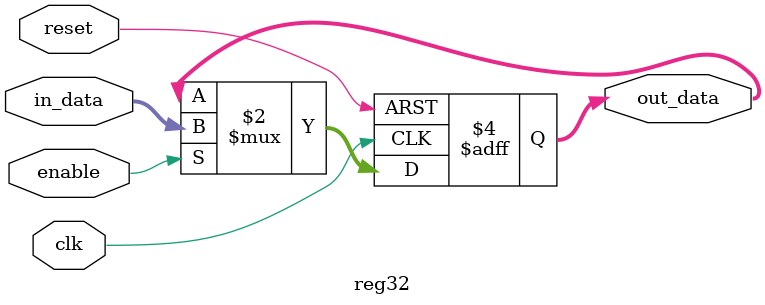
<source format=v>
module reg32(
	input [31:0] in_data, 
	input clk, 
	input enable, 
	input reset, 
	output reg [31:0] out_data
);
	
	always @(posedge clk or posedge reset) begin
		if (reset)
			out_data <= 32'b0;
		else if (enable)
			out_data <= in_data;
	end

endmodule

</source>
